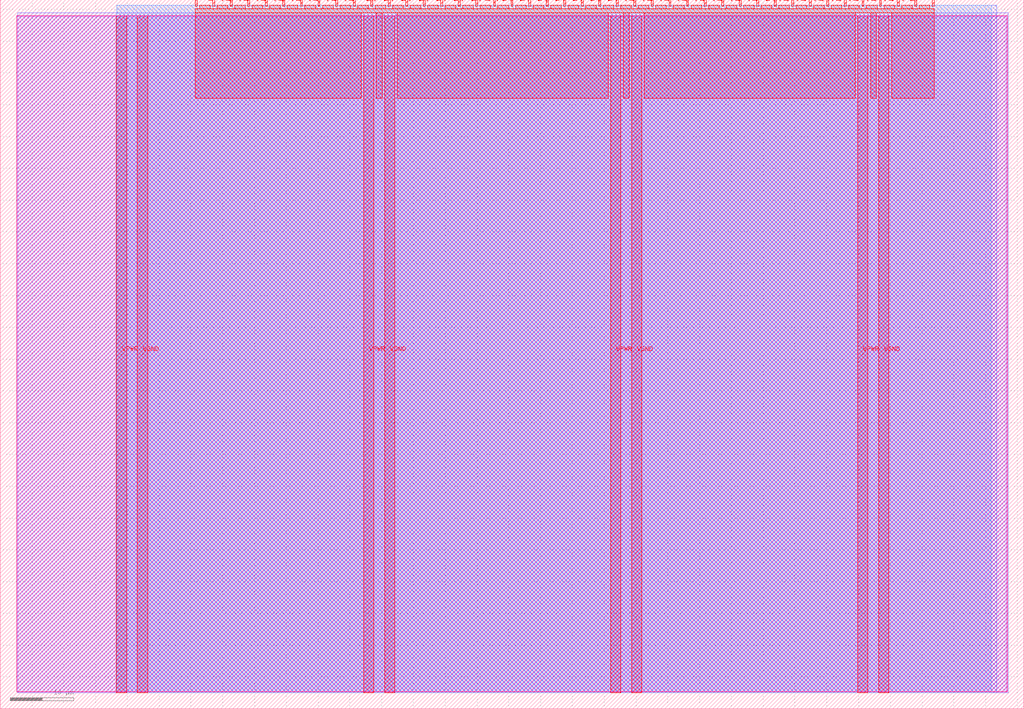
<source format=lef>
VERSION 5.7 ;
  NOWIREEXTENSIONATPIN ON ;
  DIVIDERCHAR "/" ;
  BUSBITCHARS "[]" ;
MACRO tt_um_cache_controller
  CLASS BLOCK ;
  FOREIGN tt_um_cache_controller ;
  ORIGIN 0.000 0.000 ;
  SIZE 161.000 BY 111.520 ;
  PIN VGND
    DIRECTION INOUT ;
    USE GROUND ;
    PORT
      LAYER met4 ;
        RECT 21.580 2.480 23.180 109.040 ;
    END
    PORT
      LAYER met4 ;
        RECT 60.450 2.480 62.050 109.040 ;
    END
    PORT
      LAYER met4 ;
        RECT 99.320 2.480 100.920 109.040 ;
    END
    PORT
      LAYER met4 ;
        RECT 138.190 2.480 139.790 109.040 ;
    END
  END VGND
  PIN VPWR
    DIRECTION INOUT ;
    USE POWER ;
    PORT
      LAYER met4 ;
        RECT 18.280 2.480 19.880 109.040 ;
    END
    PORT
      LAYER met4 ;
        RECT 57.150 2.480 58.750 109.040 ;
    END
    PORT
      LAYER met4 ;
        RECT 96.020 2.480 97.620 109.040 ;
    END
    PORT
      LAYER met4 ;
        RECT 134.890 2.480 136.490 109.040 ;
    END
  END VPWR
  PIN clk
    DIRECTION INPUT ;
    USE SIGNAL ;
    ANTENNAGATEAREA 0.852000 ;
    PORT
      LAYER met4 ;
        RECT 143.830 110.520 144.130 111.520 ;
    END
  END clk
  PIN ena
    DIRECTION INPUT ;
    USE SIGNAL ;
    ANTENNAGATEAREA 0.196500 ;
    PORT
      LAYER met4 ;
        RECT 146.590 110.520 146.890 111.520 ;
    END
  END ena
  PIN rst_n
    DIRECTION INPUT ;
    USE SIGNAL ;
    ANTENNAGATEAREA 0.196500 ;
    PORT
      LAYER met4 ;
        RECT 141.070 110.520 141.370 111.520 ;
    END
  END rst_n
  PIN ui_in[0]
    DIRECTION INPUT ;
    USE SIGNAL ;
    PORT
      LAYER met4 ;
        RECT 138.310 110.520 138.610 111.520 ;
    END
  END ui_in[0]
  PIN ui_in[1]
    DIRECTION INPUT ;
    USE SIGNAL ;
    PORT
      LAYER met4 ;
        RECT 135.550 110.520 135.850 111.520 ;
    END
  END ui_in[1]
  PIN ui_in[2]
    DIRECTION INPUT ;
    USE SIGNAL ;
    ANTENNAGATEAREA 0.196500 ;
    PORT
      LAYER met4 ;
        RECT 132.790 110.520 133.090 111.520 ;
    END
  END ui_in[2]
  PIN ui_in[3]
    DIRECTION INPUT ;
    USE SIGNAL ;
    ANTENNAGATEAREA 0.196500 ;
    PORT
      LAYER met4 ;
        RECT 130.030 110.520 130.330 111.520 ;
    END
  END ui_in[3]
  PIN ui_in[4]
    DIRECTION INPUT ;
    USE SIGNAL ;
    ANTENNAGATEAREA 0.213000 ;
    PORT
      LAYER met4 ;
        RECT 127.270 110.520 127.570 111.520 ;
    END
  END ui_in[4]
  PIN ui_in[5]
    DIRECTION INPUT ;
    USE SIGNAL ;
    ANTENNAGATEAREA 0.196500 ;
    PORT
      LAYER met4 ;
        RECT 124.510 110.520 124.810 111.520 ;
    END
  END ui_in[5]
  PIN ui_in[6]
    DIRECTION INPUT ;
    USE SIGNAL ;
    ANTENNAGATEAREA 0.196500 ;
    PORT
      LAYER met4 ;
        RECT 121.750 110.520 122.050 111.520 ;
    END
  END ui_in[6]
  PIN ui_in[7]
    DIRECTION INPUT ;
    USE SIGNAL ;
    ANTENNAGATEAREA 0.126000 ;
    PORT
      LAYER met4 ;
        RECT 118.990 110.520 119.290 111.520 ;
    END
  END ui_in[7]
  PIN uio_in[0]
    DIRECTION INPUT ;
    USE SIGNAL ;
    PORT
      LAYER met4 ;
        RECT 116.230 110.520 116.530 111.520 ;
    END
  END uio_in[0]
  PIN uio_in[1]
    DIRECTION INPUT ;
    USE SIGNAL ;
    PORT
      LAYER met4 ;
        RECT 113.470 110.520 113.770 111.520 ;
    END
  END uio_in[1]
  PIN uio_in[2]
    DIRECTION INPUT ;
    USE SIGNAL ;
    PORT
      LAYER met4 ;
        RECT 110.710 110.520 111.010 111.520 ;
    END
  END uio_in[2]
  PIN uio_in[3]
    DIRECTION INPUT ;
    USE SIGNAL ;
    PORT
      LAYER met4 ;
        RECT 107.950 110.520 108.250 111.520 ;
    END
  END uio_in[3]
  PIN uio_in[4]
    DIRECTION INPUT ;
    USE SIGNAL ;
    PORT
      LAYER met4 ;
        RECT 105.190 110.520 105.490 111.520 ;
    END
  END uio_in[4]
  PIN uio_in[5]
    DIRECTION INPUT ;
    USE SIGNAL ;
    PORT
      LAYER met4 ;
        RECT 102.430 110.520 102.730 111.520 ;
    END
  END uio_in[5]
  PIN uio_in[6]
    DIRECTION INPUT ;
    USE SIGNAL ;
    PORT
      LAYER met4 ;
        RECT 99.670 110.520 99.970 111.520 ;
    END
  END uio_in[6]
  PIN uio_in[7]
    DIRECTION INPUT ;
    USE SIGNAL ;
    PORT
      LAYER met4 ;
        RECT 96.910 110.520 97.210 111.520 ;
    END
  END uio_in[7]
  PIN uio_oe[0]
    DIRECTION OUTPUT ;
    USE SIGNAL ;
    PORT
      LAYER met4 ;
        RECT 49.990 110.520 50.290 111.520 ;
    END
  END uio_oe[0]
  PIN uio_oe[1]
    DIRECTION OUTPUT ;
    USE SIGNAL ;
    PORT
      LAYER met4 ;
        RECT 47.230 110.520 47.530 111.520 ;
    END
  END uio_oe[1]
  PIN uio_oe[2]
    DIRECTION OUTPUT ;
    USE SIGNAL ;
    PORT
      LAYER met4 ;
        RECT 44.470 110.520 44.770 111.520 ;
    END
  END uio_oe[2]
  PIN uio_oe[3]
    DIRECTION OUTPUT ;
    USE SIGNAL ;
    PORT
      LAYER met4 ;
        RECT 41.710 110.520 42.010 111.520 ;
    END
  END uio_oe[3]
  PIN uio_oe[4]
    DIRECTION OUTPUT ;
    USE SIGNAL ;
    PORT
      LAYER met4 ;
        RECT 38.950 110.520 39.250 111.520 ;
    END
  END uio_oe[4]
  PIN uio_oe[5]
    DIRECTION OUTPUT ;
    USE SIGNAL ;
    PORT
      LAYER met4 ;
        RECT 36.190 110.520 36.490 111.520 ;
    END
  END uio_oe[5]
  PIN uio_oe[6]
    DIRECTION OUTPUT ;
    USE SIGNAL ;
    PORT
      LAYER met4 ;
        RECT 33.430 110.520 33.730 111.520 ;
    END
  END uio_oe[6]
  PIN uio_oe[7]
    DIRECTION OUTPUT ;
    USE SIGNAL ;
    PORT
      LAYER met4 ;
        RECT 30.670 110.520 30.970 111.520 ;
    END
  END uio_oe[7]
  PIN uio_out[0]
    DIRECTION OUTPUT ;
    USE SIGNAL ;
    PORT
      LAYER met4 ;
        RECT 72.070 110.520 72.370 111.520 ;
    END
  END uio_out[0]
  PIN uio_out[1]
    DIRECTION OUTPUT ;
    USE SIGNAL ;
    PORT
      LAYER met4 ;
        RECT 69.310 110.520 69.610 111.520 ;
    END
  END uio_out[1]
  PIN uio_out[2]
    DIRECTION OUTPUT ;
    USE SIGNAL ;
    PORT
      LAYER met4 ;
        RECT 66.550 110.520 66.850 111.520 ;
    END
  END uio_out[2]
  PIN uio_out[3]
    DIRECTION OUTPUT ;
    USE SIGNAL ;
    PORT
      LAYER met4 ;
        RECT 63.790 110.520 64.090 111.520 ;
    END
  END uio_out[3]
  PIN uio_out[4]
    DIRECTION OUTPUT ;
    USE SIGNAL ;
    PORT
      LAYER met4 ;
        RECT 61.030 110.520 61.330 111.520 ;
    END
  END uio_out[4]
  PIN uio_out[5]
    DIRECTION OUTPUT ;
    USE SIGNAL ;
    PORT
      LAYER met4 ;
        RECT 58.270 110.520 58.570 111.520 ;
    END
  END uio_out[5]
  PIN uio_out[6]
    DIRECTION OUTPUT ;
    USE SIGNAL ;
    PORT
      LAYER met4 ;
        RECT 55.510 110.520 55.810 111.520 ;
    END
  END uio_out[6]
  PIN uio_out[7]
    DIRECTION OUTPUT ;
    USE SIGNAL ;
    PORT
      LAYER met4 ;
        RECT 52.750 110.520 53.050 111.520 ;
    END
  END uio_out[7]
  PIN uo_out[0]
    DIRECTION OUTPUT ;
    USE SIGNAL ;
    ANTENNAGATEAREA 0.247500 ;
    ANTENNADIFFAREA 0.891000 ;
    PORT
      LAYER met4 ;
        RECT 94.150 110.520 94.450 111.520 ;
    END
  END uo_out[0]
  PIN uo_out[1]
    DIRECTION OUTPUT ;
    USE SIGNAL ;
    ANTENNAGATEAREA 0.247500 ;
    ANTENNADIFFAREA 0.891000 ;
    PORT
      LAYER met4 ;
        RECT 91.390 110.520 91.690 111.520 ;
    END
  END uo_out[1]
  PIN uo_out[2]
    DIRECTION OUTPUT ;
    USE SIGNAL ;
    ANTENNAGATEAREA 0.247500 ;
    ANTENNADIFFAREA 0.891000 ;
    PORT
      LAYER met4 ;
        RECT 88.630 110.520 88.930 111.520 ;
    END
  END uo_out[2]
  PIN uo_out[3]
    DIRECTION OUTPUT ;
    USE SIGNAL ;
    ANTENNAGATEAREA 0.247500 ;
    ANTENNADIFFAREA 0.891000 ;
    PORT
      LAYER met4 ;
        RECT 85.870 110.520 86.170 111.520 ;
    END
  END uo_out[3]
  PIN uo_out[4]
    DIRECTION OUTPUT ;
    USE SIGNAL ;
    ANTENNAGATEAREA 0.126000 ;
    ANTENNADIFFAREA 0.891000 ;
    PORT
      LAYER met4 ;
        RECT 83.110 110.520 83.410 111.520 ;
    END
  END uo_out[4]
  PIN uo_out[5]
    DIRECTION OUTPUT ;
    USE SIGNAL ;
    ANTENNAGATEAREA 0.247500 ;
    ANTENNADIFFAREA 0.891000 ;
    PORT
      LAYER met4 ;
        RECT 80.350 110.520 80.650 111.520 ;
    END
  END uo_out[5]
  PIN uo_out[6]
    DIRECTION OUTPUT ;
    USE SIGNAL ;
    ANTENNAGATEAREA 0.247500 ;
    ANTENNADIFFAREA 0.891000 ;
    PORT
      LAYER met4 ;
        RECT 77.590 110.520 77.890 111.520 ;
    END
  END uo_out[6]
  PIN uo_out[7]
    DIRECTION OUTPUT ;
    USE SIGNAL ;
    ANTENNAGATEAREA 0.247500 ;
    ANTENNADIFFAREA 0.891000 ;
    PORT
      LAYER met4 ;
        RECT 74.830 110.520 75.130 111.520 ;
    END
  END uo_out[7]
  OBS
      LAYER nwell ;
        RECT 2.570 2.635 158.430 108.990 ;
      LAYER li1 ;
        RECT 2.760 2.635 158.240 108.885 ;
      LAYER met1 ;
        RECT 2.760 2.480 158.540 109.440 ;
      LAYER met2 ;
        RECT 18.310 2.535 156.760 110.685 ;
      LAYER met3 ;
        RECT 18.290 2.555 155.875 110.665 ;
      LAYER met4 ;
        RECT 31.370 110.120 33.030 110.665 ;
        RECT 34.130 110.120 35.790 110.665 ;
        RECT 36.890 110.120 38.550 110.665 ;
        RECT 39.650 110.120 41.310 110.665 ;
        RECT 42.410 110.120 44.070 110.665 ;
        RECT 45.170 110.120 46.830 110.665 ;
        RECT 47.930 110.120 49.590 110.665 ;
        RECT 50.690 110.120 52.350 110.665 ;
        RECT 53.450 110.120 55.110 110.665 ;
        RECT 56.210 110.120 57.870 110.665 ;
        RECT 58.970 110.120 60.630 110.665 ;
        RECT 61.730 110.120 63.390 110.665 ;
        RECT 64.490 110.120 66.150 110.665 ;
        RECT 67.250 110.120 68.910 110.665 ;
        RECT 70.010 110.120 71.670 110.665 ;
        RECT 72.770 110.120 74.430 110.665 ;
        RECT 75.530 110.120 77.190 110.665 ;
        RECT 78.290 110.120 79.950 110.665 ;
        RECT 81.050 110.120 82.710 110.665 ;
        RECT 83.810 110.120 85.470 110.665 ;
        RECT 86.570 110.120 88.230 110.665 ;
        RECT 89.330 110.120 90.990 110.665 ;
        RECT 92.090 110.120 93.750 110.665 ;
        RECT 94.850 110.120 96.510 110.665 ;
        RECT 97.610 110.120 99.270 110.665 ;
        RECT 100.370 110.120 102.030 110.665 ;
        RECT 103.130 110.120 104.790 110.665 ;
        RECT 105.890 110.120 107.550 110.665 ;
        RECT 108.650 110.120 110.310 110.665 ;
        RECT 111.410 110.120 113.070 110.665 ;
        RECT 114.170 110.120 115.830 110.665 ;
        RECT 116.930 110.120 118.590 110.665 ;
        RECT 119.690 110.120 121.350 110.665 ;
        RECT 122.450 110.120 124.110 110.665 ;
        RECT 125.210 110.120 126.870 110.665 ;
        RECT 127.970 110.120 129.630 110.665 ;
        RECT 130.730 110.120 132.390 110.665 ;
        RECT 133.490 110.120 135.150 110.665 ;
        RECT 136.250 110.120 137.910 110.665 ;
        RECT 139.010 110.120 140.670 110.665 ;
        RECT 141.770 110.120 143.430 110.665 ;
        RECT 144.530 110.120 146.190 110.665 ;
        RECT 30.655 109.440 146.905 110.120 ;
        RECT 30.655 96.055 56.750 109.440 ;
        RECT 59.150 96.055 60.050 109.440 ;
        RECT 62.450 96.055 95.620 109.440 ;
        RECT 98.020 96.055 98.920 109.440 ;
        RECT 101.320 96.055 134.490 109.440 ;
        RECT 136.890 96.055 137.790 109.440 ;
        RECT 140.190 96.055 146.905 109.440 ;
  END
END tt_um_cache_controller
END LIBRARY


</source>
